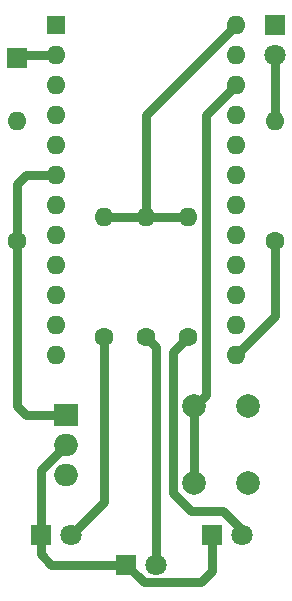
<source format=gbr>
G04 #@! TF.GenerationSoftware,KiCad,Pcbnew,(6.0.2)*
G04 #@! TF.CreationDate,2022-03-19T10:13:49-07:00*
G04 #@! TF.ProjectId,ir-emit-v1,69722d65-6d69-4742-9d76-312e6b696361,rev?*
G04 #@! TF.SameCoordinates,Original*
G04 #@! TF.FileFunction,Copper,L2,Bot*
G04 #@! TF.FilePolarity,Positive*
%FSLAX46Y46*%
G04 Gerber Fmt 4.6, Leading zero omitted, Abs format (unit mm)*
G04 Created by KiCad (PCBNEW (6.0.2)) date 2022-03-19 10:13:49*
%MOMM*%
%LPD*%
G01*
G04 APERTURE LIST*
G04 #@! TA.AperFunction,ComponentPad*
%ADD10R,1.700000X1.700000*%
G04 #@! TD*
G04 #@! TA.AperFunction,ComponentPad*
%ADD11O,1.600000X1.600000*%
G04 #@! TD*
G04 #@! TA.AperFunction,ComponentPad*
%ADD12R,1.600000X1.600000*%
G04 #@! TD*
G04 #@! TA.AperFunction,ComponentPad*
%ADD13C,2.000000*%
G04 #@! TD*
G04 #@! TA.AperFunction,ComponentPad*
%ADD14C,1.600000*%
G04 #@! TD*
G04 #@! TA.AperFunction,ComponentPad*
%ADD15R,2.000000X1.905000*%
G04 #@! TD*
G04 #@! TA.AperFunction,ComponentPad*
%ADD16O,2.000000X1.905000*%
G04 #@! TD*
G04 #@! TA.AperFunction,ComponentPad*
%ADD17R,1.800000X1.800000*%
G04 #@! TD*
G04 #@! TA.AperFunction,ComponentPad*
%ADD18C,1.800000*%
G04 #@! TD*
G04 #@! TA.AperFunction,Conductor*
%ADD19C,0.750000*%
G04 #@! TD*
G04 APERTURE END LIST*
D10*
X103378000Y-40894000D03*
D11*
X121920000Y-66040000D03*
X121920000Y-63500000D03*
X121920000Y-60960000D03*
D12*
X106680000Y-38100000D03*
D11*
X121920000Y-58420000D03*
X106680000Y-40640000D03*
X121920000Y-55880000D03*
X106680000Y-43180000D03*
X121920000Y-53340000D03*
X106680000Y-45720000D03*
X121920000Y-50800000D03*
X106680000Y-48260000D03*
X121920000Y-48260000D03*
X106680000Y-50800000D03*
X121920000Y-45720000D03*
X106680000Y-53340000D03*
X121920000Y-43180000D03*
X106680000Y-55880000D03*
X121920000Y-40640000D03*
X106680000Y-58420000D03*
X121920000Y-38100000D03*
X106680000Y-60960000D03*
X106680000Y-63500000D03*
X106680000Y-66040000D03*
D13*
X118400000Y-70410000D03*
X118400000Y-76910000D03*
X122900000Y-70410000D03*
X122900000Y-76910000D03*
D14*
X125222000Y-56388000D03*
D11*
X125222000Y-46228000D03*
X117856000Y-54356000D03*
D14*
X117856000Y-64516000D03*
X114300000Y-64516000D03*
D11*
X114300000Y-54356000D03*
X110744000Y-54356000D03*
D14*
X110744000Y-64516000D03*
X103378000Y-56388000D03*
D11*
X103378000Y-46228000D03*
D15*
X107513000Y-71120000D03*
D16*
X107513000Y-73660000D03*
X107513000Y-76200000D03*
D17*
X125222000Y-38100000D03*
D18*
X125222000Y-40640000D03*
D17*
X119883000Y-81280000D03*
D18*
X122423000Y-81280000D03*
D17*
X112644000Y-83820000D03*
D18*
X115184000Y-83820000D03*
D17*
X105405000Y-81280000D03*
D18*
X107945000Y-81280000D03*
D19*
X120800022Y-79248000D02*
X122423000Y-80870978D01*
X118110000Y-79248000D02*
X120800022Y-79248000D01*
X116586000Y-77724000D02*
X118110000Y-79248000D01*
X116586000Y-65786000D02*
X116586000Y-77724000D01*
X122423000Y-80870978D02*
X122423000Y-81280000D01*
X117856000Y-64516000D02*
X116586000Y-65786000D01*
X118921489Y-85294511D02*
X119883000Y-84333000D01*
X114118511Y-85294511D02*
X118921489Y-85294511D01*
X112644000Y-83820000D02*
X114118511Y-85294511D01*
X119883000Y-84333000D02*
X119883000Y-81280000D01*
X106680000Y-40640000D02*
X103632000Y-40640000D01*
X103632000Y-40640000D02*
X103378000Y-40894000D01*
X114300000Y-45720000D02*
X121920000Y-38100000D01*
X114300000Y-54356000D02*
X114300000Y-45720000D01*
X114300000Y-54356000D02*
X117856000Y-54356000D01*
X110744000Y-54356000D02*
X114300000Y-54356000D01*
X106295000Y-83820000D02*
X112644000Y-83820000D01*
X105405000Y-82930000D02*
X106295000Y-83820000D01*
X105405000Y-81280000D02*
X105405000Y-82930000D01*
X125222000Y-46228000D02*
X125222000Y-40640000D01*
X125222000Y-62738000D02*
X125222000Y-56388000D01*
X121920000Y-66040000D02*
X125222000Y-62738000D01*
X119380000Y-45720000D02*
X121920000Y-43180000D01*
X119380000Y-69430000D02*
X119380000Y-45720000D01*
X118400000Y-70410000D02*
X119380000Y-69430000D01*
X118400000Y-76910000D02*
X118400000Y-70410000D01*
X115184000Y-65400000D02*
X114300000Y-64516000D01*
X115184000Y-83820000D02*
X115184000Y-65400000D01*
X110744000Y-78481000D02*
X110744000Y-64516000D01*
X107945000Y-81280000D02*
X110744000Y-78481000D01*
X105405000Y-75768000D02*
X105405000Y-81280000D01*
X107513000Y-73660000D02*
X105405000Y-75768000D01*
X103378000Y-70358000D02*
X104140000Y-71120000D01*
X104140000Y-71120000D02*
X107513000Y-71120000D01*
X103378000Y-56388000D02*
X103378000Y-70358000D01*
X103378000Y-51562000D02*
X103378000Y-56388000D01*
X104140000Y-50800000D02*
X103378000Y-51562000D01*
X106680000Y-50800000D02*
X104140000Y-50800000D01*
M02*

</source>
